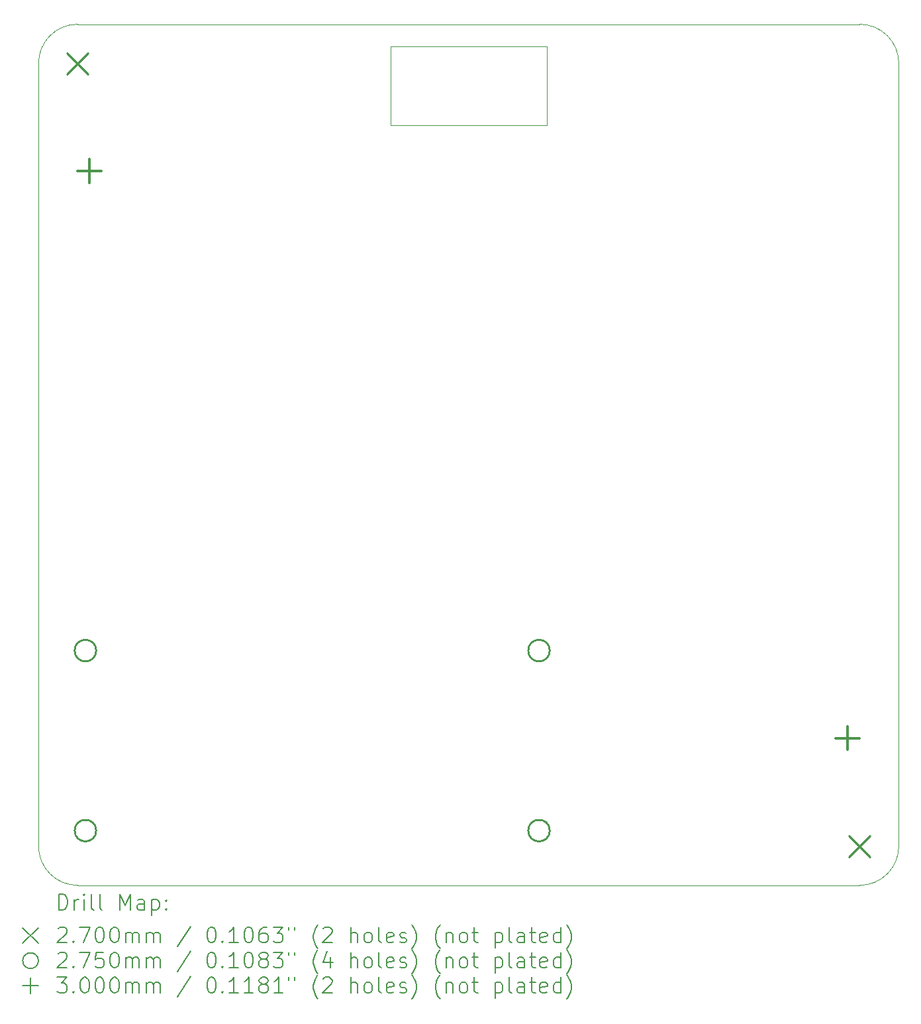
<source format=gbr>
%TF.GenerationSoftware,KiCad,Pcbnew,9.0.2*%
%TF.CreationDate,2025-06-25T13:35:39-04:00*%
%TF.ProjectId,PaperCam_Kicad,50617065-7243-4616-9d5f-4b696361642e,rev?*%
%TF.SameCoordinates,Original*%
%TF.FileFunction,Drillmap*%
%TF.FilePolarity,Positive*%
%FSLAX45Y45*%
G04 Gerber Fmt 4.5, Leading zero omitted, Abs format (unit mm)*
G04 Created by KiCad (PCBNEW 9.0.2) date 2025-06-25 13:35:39*
%MOMM*%
%LPD*%
G01*
G04 APERTURE LIST*
%ADD10C,0.050000*%
%ADD11C,0.200000*%
%ADD12C,0.270000*%
%ADD13C,0.275000*%
%ADD14C,0.300000*%
G04 APERTURE END LIST*
D10*
X0Y-10500000D02*
X0Y-500000D01*
X10500000Y-11000000D02*
X500000Y-11000000D01*
X10500000Y0D02*
G75*
G02*
X11000000Y-500000I0J-500000D01*
G01*
X500000Y-11000000D02*
G75*
G02*
X0Y-10500000I0J500000D01*
G01*
X11000000Y-500000D02*
X11000000Y-10500000D01*
X0Y-500000D02*
G75*
G02*
X500000Y0I500000J0D01*
G01*
X500000Y0D02*
X10500000Y0D01*
X4500000Y-287500D02*
X6500000Y-287500D01*
X6500000Y-1287500D01*
X4500000Y-1287500D01*
X4500000Y-287500D01*
X11000000Y-10500000D02*
G75*
G02*
X10500000Y-11000000I-500000J0D01*
G01*
D11*
D12*
X365000Y-365000D02*
X635000Y-635000D01*
X635000Y-365000D02*
X365000Y-635000D01*
X10365000Y-10365000D02*
X10635000Y-10635000D01*
X10635000Y-10365000D02*
X10365000Y-10635000D01*
D13*
X736875Y-8001250D02*
G75*
G02*
X461875Y-8001250I-137500J0D01*
G01*
X461875Y-8001250D02*
G75*
G02*
X736875Y-8001250I137500J0D01*
G01*
X736875Y-10301250D02*
G75*
G02*
X461875Y-10301250I-137500J0D01*
G01*
X461875Y-10301250D02*
G75*
G02*
X736875Y-10301250I137500J0D01*
G01*
X6536875Y-8001250D02*
G75*
G02*
X6261875Y-8001250I-137500J0D01*
G01*
X6261875Y-8001250D02*
G75*
G02*
X6536875Y-8001250I137500J0D01*
G01*
X6536875Y-10301250D02*
G75*
G02*
X6261875Y-10301250I-137500J0D01*
G01*
X6261875Y-10301250D02*
G75*
G02*
X6536875Y-10301250I137500J0D01*
G01*
D14*
X650275Y-1723984D02*
X650275Y-2023984D01*
X500275Y-1873984D02*
X800275Y-1873984D01*
X10342815Y-8970202D02*
X10342815Y-9270202D01*
X10192815Y-9120202D02*
X10492815Y-9120202D01*
D11*
X258277Y-11313984D02*
X258277Y-11113984D01*
X258277Y-11113984D02*
X305896Y-11113984D01*
X305896Y-11113984D02*
X334467Y-11123508D01*
X334467Y-11123508D02*
X353515Y-11142555D01*
X353515Y-11142555D02*
X363039Y-11161603D01*
X363039Y-11161603D02*
X372562Y-11199698D01*
X372562Y-11199698D02*
X372562Y-11228269D01*
X372562Y-11228269D02*
X363039Y-11266365D01*
X363039Y-11266365D02*
X353515Y-11285412D01*
X353515Y-11285412D02*
X334467Y-11304460D01*
X334467Y-11304460D02*
X305896Y-11313984D01*
X305896Y-11313984D02*
X258277Y-11313984D01*
X458277Y-11313984D02*
X458277Y-11180650D01*
X458277Y-11218746D02*
X467801Y-11199698D01*
X467801Y-11199698D02*
X477324Y-11190174D01*
X477324Y-11190174D02*
X496372Y-11180650D01*
X496372Y-11180650D02*
X515420Y-11180650D01*
X582086Y-11313984D02*
X582086Y-11180650D01*
X582086Y-11113984D02*
X572563Y-11123508D01*
X572563Y-11123508D02*
X582086Y-11133031D01*
X582086Y-11133031D02*
X591610Y-11123508D01*
X591610Y-11123508D02*
X582086Y-11113984D01*
X582086Y-11113984D02*
X582086Y-11133031D01*
X705896Y-11313984D02*
X686848Y-11304460D01*
X686848Y-11304460D02*
X677324Y-11285412D01*
X677324Y-11285412D02*
X677324Y-11113984D01*
X810658Y-11313984D02*
X791610Y-11304460D01*
X791610Y-11304460D02*
X782086Y-11285412D01*
X782086Y-11285412D02*
X782086Y-11113984D01*
X1039229Y-11313984D02*
X1039229Y-11113984D01*
X1039229Y-11113984D02*
X1105896Y-11256841D01*
X1105896Y-11256841D02*
X1172563Y-11113984D01*
X1172563Y-11113984D02*
X1172563Y-11313984D01*
X1353515Y-11313984D02*
X1353515Y-11209222D01*
X1353515Y-11209222D02*
X1343991Y-11190174D01*
X1343991Y-11190174D02*
X1324944Y-11180650D01*
X1324944Y-11180650D02*
X1286848Y-11180650D01*
X1286848Y-11180650D02*
X1267801Y-11190174D01*
X1353515Y-11304460D02*
X1334467Y-11313984D01*
X1334467Y-11313984D02*
X1286848Y-11313984D01*
X1286848Y-11313984D02*
X1267801Y-11304460D01*
X1267801Y-11304460D02*
X1258277Y-11285412D01*
X1258277Y-11285412D02*
X1258277Y-11266365D01*
X1258277Y-11266365D02*
X1267801Y-11247317D01*
X1267801Y-11247317D02*
X1286848Y-11237793D01*
X1286848Y-11237793D02*
X1334467Y-11237793D01*
X1334467Y-11237793D02*
X1353515Y-11228269D01*
X1448753Y-11180650D02*
X1448753Y-11380650D01*
X1448753Y-11190174D02*
X1467801Y-11180650D01*
X1467801Y-11180650D02*
X1505896Y-11180650D01*
X1505896Y-11180650D02*
X1524943Y-11190174D01*
X1524943Y-11190174D02*
X1534467Y-11199698D01*
X1534467Y-11199698D02*
X1543991Y-11218746D01*
X1543991Y-11218746D02*
X1543991Y-11275888D01*
X1543991Y-11275888D02*
X1534467Y-11294936D01*
X1534467Y-11294936D02*
X1524943Y-11304460D01*
X1524943Y-11304460D02*
X1505896Y-11313984D01*
X1505896Y-11313984D02*
X1467801Y-11313984D01*
X1467801Y-11313984D02*
X1448753Y-11304460D01*
X1629705Y-11294936D02*
X1639229Y-11304460D01*
X1639229Y-11304460D02*
X1629705Y-11313984D01*
X1629705Y-11313984D02*
X1620182Y-11304460D01*
X1620182Y-11304460D02*
X1629705Y-11294936D01*
X1629705Y-11294936D02*
X1629705Y-11313984D01*
X1629705Y-11190174D02*
X1639229Y-11199698D01*
X1639229Y-11199698D02*
X1629705Y-11209222D01*
X1629705Y-11209222D02*
X1620182Y-11199698D01*
X1620182Y-11199698D02*
X1629705Y-11190174D01*
X1629705Y-11190174D02*
X1629705Y-11209222D01*
X-202500Y-11542500D02*
X-2500Y-11742500D01*
X-2500Y-11542500D02*
X-202500Y-11742500D01*
X248753Y-11553031D02*
X258277Y-11543508D01*
X258277Y-11543508D02*
X277324Y-11533984D01*
X277324Y-11533984D02*
X324944Y-11533984D01*
X324944Y-11533984D02*
X343991Y-11543508D01*
X343991Y-11543508D02*
X353515Y-11553031D01*
X353515Y-11553031D02*
X363039Y-11572079D01*
X363039Y-11572079D02*
X363039Y-11591127D01*
X363039Y-11591127D02*
X353515Y-11619698D01*
X353515Y-11619698D02*
X239229Y-11733984D01*
X239229Y-11733984D02*
X363039Y-11733984D01*
X448753Y-11714936D02*
X458277Y-11724460D01*
X458277Y-11724460D02*
X448753Y-11733984D01*
X448753Y-11733984D02*
X439229Y-11724460D01*
X439229Y-11724460D02*
X448753Y-11714936D01*
X448753Y-11714936D02*
X448753Y-11733984D01*
X524944Y-11533984D02*
X658277Y-11533984D01*
X658277Y-11533984D02*
X572563Y-11733984D01*
X772562Y-11533984D02*
X791610Y-11533984D01*
X791610Y-11533984D02*
X810658Y-11543508D01*
X810658Y-11543508D02*
X820182Y-11553031D01*
X820182Y-11553031D02*
X829705Y-11572079D01*
X829705Y-11572079D02*
X839229Y-11610174D01*
X839229Y-11610174D02*
X839229Y-11657793D01*
X839229Y-11657793D02*
X829705Y-11695888D01*
X829705Y-11695888D02*
X820182Y-11714936D01*
X820182Y-11714936D02*
X810658Y-11724460D01*
X810658Y-11724460D02*
X791610Y-11733984D01*
X791610Y-11733984D02*
X772562Y-11733984D01*
X772562Y-11733984D02*
X753515Y-11724460D01*
X753515Y-11724460D02*
X743991Y-11714936D01*
X743991Y-11714936D02*
X734467Y-11695888D01*
X734467Y-11695888D02*
X724943Y-11657793D01*
X724943Y-11657793D02*
X724943Y-11610174D01*
X724943Y-11610174D02*
X734467Y-11572079D01*
X734467Y-11572079D02*
X743991Y-11553031D01*
X743991Y-11553031D02*
X753515Y-11543508D01*
X753515Y-11543508D02*
X772562Y-11533984D01*
X963039Y-11533984D02*
X982086Y-11533984D01*
X982086Y-11533984D02*
X1001134Y-11543508D01*
X1001134Y-11543508D02*
X1010658Y-11553031D01*
X1010658Y-11553031D02*
X1020182Y-11572079D01*
X1020182Y-11572079D02*
X1029705Y-11610174D01*
X1029705Y-11610174D02*
X1029705Y-11657793D01*
X1029705Y-11657793D02*
X1020182Y-11695888D01*
X1020182Y-11695888D02*
X1010658Y-11714936D01*
X1010658Y-11714936D02*
X1001134Y-11724460D01*
X1001134Y-11724460D02*
X982086Y-11733984D01*
X982086Y-11733984D02*
X963039Y-11733984D01*
X963039Y-11733984D02*
X943991Y-11724460D01*
X943991Y-11724460D02*
X934467Y-11714936D01*
X934467Y-11714936D02*
X924943Y-11695888D01*
X924943Y-11695888D02*
X915420Y-11657793D01*
X915420Y-11657793D02*
X915420Y-11610174D01*
X915420Y-11610174D02*
X924943Y-11572079D01*
X924943Y-11572079D02*
X934467Y-11553031D01*
X934467Y-11553031D02*
X943991Y-11543508D01*
X943991Y-11543508D02*
X963039Y-11533984D01*
X1115420Y-11733984D02*
X1115420Y-11600650D01*
X1115420Y-11619698D02*
X1124944Y-11610174D01*
X1124944Y-11610174D02*
X1143991Y-11600650D01*
X1143991Y-11600650D02*
X1172563Y-11600650D01*
X1172563Y-11600650D02*
X1191610Y-11610174D01*
X1191610Y-11610174D02*
X1201134Y-11629222D01*
X1201134Y-11629222D02*
X1201134Y-11733984D01*
X1201134Y-11629222D02*
X1210658Y-11610174D01*
X1210658Y-11610174D02*
X1229705Y-11600650D01*
X1229705Y-11600650D02*
X1258277Y-11600650D01*
X1258277Y-11600650D02*
X1277325Y-11610174D01*
X1277325Y-11610174D02*
X1286848Y-11629222D01*
X1286848Y-11629222D02*
X1286848Y-11733984D01*
X1382086Y-11733984D02*
X1382086Y-11600650D01*
X1382086Y-11619698D02*
X1391610Y-11610174D01*
X1391610Y-11610174D02*
X1410658Y-11600650D01*
X1410658Y-11600650D02*
X1439229Y-11600650D01*
X1439229Y-11600650D02*
X1458277Y-11610174D01*
X1458277Y-11610174D02*
X1467801Y-11629222D01*
X1467801Y-11629222D02*
X1467801Y-11733984D01*
X1467801Y-11629222D02*
X1477324Y-11610174D01*
X1477324Y-11610174D02*
X1496372Y-11600650D01*
X1496372Y-11600650D02*
X1524943Y-11600650D01*
X1524943Y-11600650D02*
X1543991Y-11610174D01*
X1543991Y-11610174D02*
X1553515Y-11629222D01*
X1553515Y-11629222D02*
X1553515Y-11733984D01*
X1943991Y-11524460D02*
X1772563Y-11781603D01*
X2201134Y-11533984D02*
X2220182Y-11533984D01*
X2220182Y-11533984D02*
X2239229Y-11543508D01*
X2239229Y-11543508D02*
X2248753Y-11553031D01*
X2248753Y-11553031D02*
X2258277Y-11572079D01*
X2258277Y-11572079D02*
X2267801Y-11610174D01*
X2267801Y-11610174D02*
X2267801Y-11657793D01*
X2267801Y-11657793D02*
X2258277Y-11695888D01*
X2258277Y-11695888D02*
X2248753Y-11714936D01*
X2248753Y-11714936D02*
X2239229Y-11724460D01*
X2239229Y-11724460D02*
X2220182Y-11733984D01*
X2220182Y-11733984D02*
X2201134Y-11733984D01*
X2201134Y-11733984D02*
X2182087Y-11724460D01*
X2182087Y-11724460D02*
X2172563Y-11714936D01*
X2172563Y-11714936D02*
X2163039Y-11695888D01*
X2163039Y-11695888D02*
X2153515Y-11657793D01*
X2153515Y-11657793D02*
X2153515Y-11610174D01*
X2153515Y-11610174D02*
X2163039Y-11572079D01*
X2163039Y-11572079D02*
X2172563Y-11553031D01*
X2172563Y-11553031D02*
X2182087Y-11543508D01*
X2182087Y-11543508D02*
X2201134Y-11533984D01*
X2353515Y-11714936D02*
X2363039Y-11724460D01*
X2363039Y-11724460D02*
X2353515Y-11733984D01*
X2353515Y-11733984D02*
X2343991Y-11724460D01*
X2343991Y-11724460D02*
X2353515Y-11714936D01*
X2353515Y-11714936D02*
X2353515Y-11733984D01*
X2553515Y-11733984D02*
X2439229Y-11733984D01*
X2496372Y-11733984D02*
X2496372Y-11533984D01*
X2496372Y-11533984D02*
X2477325Y-11562555D01*
X2477325Y-11562555D02*
X2458277Y-11581603D01*
X2458277Y-11581603D02*
X2439229Y-11591127D01*
X2677325Y-11533984D02*
X2696372Y-11533984D01*
X2696372Y-11533984D02*
X2715420Y-11543508D01*
X2715420Y-11543508D02*
X2724944Y-11553031D01*
X2724944Y-11553031D02*
X2734468Y-11572079D01*
X2734468Y-11572079D02*
X2743991Y-11610174D01*
X2743991Y-11610174D02*
X2743991Y-11657793D01*
X2743991Y-11657793D02*
X2734468Y-11695888D01*
X2734468Y-11695888D02*
X2724944Y-11714936D01*
X2724944Y-11714936D02*
X2715420Y-11724460D01*
X2715420Y-11724460D02*
X2696372Y-11733984D01*
X2696372Y-11733984D02*
X2677325Y-11733984D01*
X2677325Y-11733984D02*
X2658277Y-11724460D01*
X2658277Y-11724460D02*
X2648753Y-11714936D01*
X2648753Y-11714936D02*
X2639229Y-11695888D01*
X2639229Y-11695888D02*
X2629706Y-11657793D01*
X2629706Y-11657793D02*
X2629706Y-11610174D01*
X2629706Y-11610174D02*
X2639229Y-11572079D01*
X2639229Y-11572079D02*
X2648753Y-11553031D01*
X2648753Y-11553031D02*
X2658277Y-11543508D01*
X2658277Y-11543508D02*
X2677325Y-11533984D01*
X2915420Y-11533984D02*
X2877325Y-11533984D01*
X2877325Y-11533984D02*
X2858277Y-11543508D01*
X2858277Y-11543508D02*
X2848753Y-11553031D01*
X2848753Y-11553031D02*
X2829706Y-11581603D01*
X2829706Y-11581603D02*
X2820182Y-11619698D01*
X2820182Y-11619698D02*
X2820182Y-11695888D01*
X2820182Y-11695888D02*
X2829706Y-11714936D01*
X2829706Y-11714936D02*
X2839229Y-11724460D01*
X2839229Y-11724460D02*
X2858277Y-11733984D01*
X2858277Y-11733984D02*
X2896372Y-11733984D01*
X2896372Y-11733984D02*
X2915420Y-11724460D01*
X2915420Y-11724460D02*
X2924944Y-11714936D01*
X2924944Y-11714936D02*
X2934467Y-11695888D01*
X2934467Y-11695888D02*
X2934467Y-11648269D01*
X2934467Y-11648269D02*
X2924944Y-11629222D01*
X2924944Y-11629222D02*
X2915420Y-11619698D01*
X2915420Y-11619698D02*
X2896372Y-11610174D01*
X2896372Y-11610174D02*
X2858277Y-11610174D01*
X2858277Y-11610174D02*
X2839229Y-11619698D01*
X2839229Y-11619698D02*
X2829706Y-11629222D01*
X2829706Y-11629222D02*
X2820182Y-11648269D01*
X3001134Y-11533984D02*
X3124944Y-11533984D01*
X3124944Y-11533984D02*
X3058277Y-11610174D01*
X3058277Y-11610174D02*
X3086848Y-11610174D01*
X3086848Y-11610174D02*
X3105896Y-11619698D01*
X3105896Y-11619698D02*
X3115420Y-11629222D01*
X3115420Y-11629222D02*
X3124944Y-11648269D01*
X3124944Y-11648269D02*
X3124944Y-11695888D01*
X3124944Y-11695888D02*
X3115420Y-11714936D01*
X3115420Y-11714936D02*
X3105896Y-11724460D01*
X3105896Y-11724460D02*
X3086848Y-11733984D01*
X3086848Y-11733984D02*
X3029706Y-11733984D01*
X3029706Y-11733984D02*
X3010658Y-11724460D01*
X3010658Y-11724460D02*
X3001134Y-11714936D01*
X3201134Y-11533984D02*
X3201134Y-11572079D01*
X3277325Y-11533984D02*
X3277325Y-11572079D01*
X3572563Y-11810174D02*
X3563039Y-11800650D01*
X3563039Y-11800650D02*
X3543991Y-11772079D01*
X3543991Y-11772079D02*
X3534468Y-11753031D01*
X3534468Y-11753031D02*
X3524944Y-11724460D01*
X3524944Y-11724460D02*
X3515420Y-11676841D01*
X3515420Y-11676841D02*
X3515420Y-11638746D01*
X3515420Y-11638746D02*
X3524944Y-11591127D01*
X3524944Y-11591127D02*
X3534468Y-11562555D01*
X3534468Y-11562555D02*
X3543991Y-11543508D01*
X3543991Y-11543508D02*
X3563039Y-11514936D01*
X3563039Y-11514936D02*
X3572563Y-11505412D01*
X3639229Y-11553031D02*
X3648753Y-11543508D01*
X3648753Y-11543508D02*
X3667801Y-11533984D01*
X3667801Y-11533984D02*
X3715420Y-11533984D01*
X3715420Y-11533984D02*
X3734468Y-11543508D01*
X3734468Y-11543508D02*
X3743991Y-11553031D01*
X3743991Y-11553031D02*
X3753515Y-11572079D01*
X3753515Y-11572079D02*
X3753515Y-11591127D01*
X3753515Y-11591127D02*
X3743991Y-11619698D01*
X3743991Y-11619698D02*
X3629706Y-11733984D01*
X3629706Y-11733984D02*
X3753515Y-11733984D01*
X3991610Y-11733984D02*
X3991610Y-11533984D01*
X4077325Y-11733984D02*
X4077325Y-11629222D01*
X4077325Y-11629222D02*
X4067801Y-11610174D01*
X4067801Y-11610174D02*
X4048753Y-11600650D01*
X4048753Y-11600650D02*
X4020182Y-11600650D01*
X4020182Y-11600650D02*
X4001134Y-11610174D01*
X4001134Y-11610174D02*
X3991610Y-11619698D01*
X4201134Y-11733984D02*
X4182087Y-11724460D01*
X4182087Y-11724460D02*
X4172563Y-11714936D01*
X4172563Y-11714936D02*
X4163039Y-11695888D01*
X4163039Y-11695888D02*
X4163039Y-11638746D01*
X4163039Y-11638746D02*
X4172563Y-11619698D01*
X4172563Y-11619698D02*
X4182087Y-11610174D01*
X4182087Y-11610174D02*
X4201134Y-11600650D01*
X4201134Y-11600650D02*
X4229706Y-11600650D01*
X4229706Y-11600650D02*
X4248753Y-11610174D01*
X4248753Y-11610174D02*
X4258277Y-11619698D01*
X4258277Y-11619698D02*
X4267801Y-11638746D01*
X4267801Y-11638746D02*
X4267801Y-11695888D01*
X4267801Y-11695888D02*
X4258277Y-11714936D01*
X4258277Y-11714936D02*
X4248753Y-11724460D01*
X4248753Y-11724460D02*
X4229706Y-11733984D01*
X4229706Y-11733984D02*
X4201134Y-11733984D01*
X4382087Y-11733984D02*
X4363039Y-11724460D01*
X4363039Y-11724460D02*
X4353515Y-11705412D01*
X4353515Y-11705412D02*
X4353515Y-11533984D01*
X4534468Y-11724460D02*
X4515420Y-11733984D01*
X4515420Y-11733984D02*
X4477325Y-11733984D01*
X4477325Y-11733984D02*
X4458277Y-11724460D01*
X4458277Y-11724460D02*
X4448753Y-11705412D01*
X4448753Y-11705412D02*
X4448753Y-11629222D01*
X4448753Y-11629222D02*
X4458277Y-11610174D01*
X4458277Y-11610174D02*
X4477325Y-11600650D01*
X4477325Y-11600650D02*
X4515420Y-11600650D01*
X4515420Y-11600650D02*
X4534468Y-11610174D01*
X4534468Y-11610174D02*
X4543992Y-11629222D01*
X4543992Y-11629222D02*
X4543992Y-11648269D01*
X4543992Y-11648269D02*
X4448753Y-11667317D01*
X4620182Y-11724460D02*
X4639230Y-11733984D01*
X4639230Y-11733984D02*
X4677325Y-11733984D01*
X4677325Y-11733984D02*
X4696373Y-11724460D01*
X4696373Y-11724460D02*
X4705896Y-11705412D01*
X4705896Y-11705412D02*
X4705896Y-11695888D01*
X4705896Y-11695888D02*
X4696373Y-11676841D01*
X4696373Y-11676841D02*
X4677325Y-11667317D01*
X4677325Y-11667317D02*
X4648753Y-11667317D01*
X4648753Y-11667317D02*
X4629706Y-11657793D01*
X4629706Y-11657793D02*
X4620182Y-11638746D01*
X4620182Y-11638746D02*
X4620182Y-11629222D01*
X4620182Y-11629222D02*
X4629706Y-11610174D01*
X4629706Y-11610174D02*
X4648753Y-11600650D01*
X4648753Y-11600650D02*
X4677325Y-11600650D01*
X4677325Y-11600650D02*
X4696373Y-11610174D01*
X4772563Y-11810174D02*
X4782087Y-11800650D01*
X4782087Y-11800650D02*
X4801134Y-11772079D01*
X4801134Y-11772079D02*
X4810658Y-11753031D01*
X4810658Y-11753031D02*
X4820182Y-11724460D01*
X4820182Y-11724460D02*
X4829706Y-11676841D01*
X4829706Y-11676841D02*
X4829706Y-11638746D01*
X4829706Y-11638746D02*
X4820182Y-11591127D01*
X4820182Y-11591127D02*
X4810658Y-11562555D01*
X4810658Y-11562555D02*
X4801134Y-11543508D01*
X4801134Y-11543508D02*
X4782087Y-11514936D01*
X4782087Y-11514936D02*
X4772563Y-11505412D01*
X5134468Y-11810174D02*
X5124944Y-11800650D01*
X5124944Y-11800650D02*
X5105896Y-11772079D01*
X5105896Y-11772079D02*
X5096373Y-11753031D01*
X5096373Y-11753031D02*
X5086849Y-11724460D01*
X5086849Y-11724460D02*
X5077325Y-11676841D01*
X5077325Y-11676841D02*
X5077325Y-11638746D01*
X5077325Y-11638746D02*
X5086849Y-11591127D01*
X5086849Y-11591127D02*
X5096373Y-11562555D01*
X5096373Y-11562555D02*
X5105896Y-11543508D01*
X5105896Y-11543508D02*
X5124944Y-11514936D01*
X5124944Y-11514936D02*
X5134468Y-11505412D01*
X5210658Y-11600650D02*
X5210658Y-11733984D01*
X5210658Y-11619698D02*
X5220182Y-11610174D01*
X5220182Y-11610174D02*
X5239230Y-11600650D01*
X5239230Y-11600650D02*
X5267801Y-11600650D01*
X5267801Y-11600650D02*
X5286849Y-11610174D01*
X5286849Y-11610174D02*
X5296373Y-11629222D01*
X5296373Y-11629222D02*
X5296373Y-11733984D01*
X5420182Y-11733984D02*
X5401134Y-11724460D01*
X5401134Y-11724460D02*
X5391611Y-11714936D01*
X5391611Y-11714936D02*
X5382087Y-11695888D01*
X5382087Y-11695888D02*
X5382087Y-11638746D01*
X5382087Y-11638746D02*
X5391611Y-11619698D01*
X5391611Y-11619698D02*
X5401134Y-11610174D01*
X5401134Y-11610174D02*
X5420182Y-11600650D01*
X5420182Y-11600650D02*
X5448754Y-11600650D01*
X5448754Y-11600650D02*
X5467801Y-11610174D01*
X5467801Y-11610174D02*
X5477325Y-11619698D01*
X5477325Y-11619698D02*
X5486849Y-11638746D01*
X5486849Y-11638746D02*
X5486849Y-11695888D01*
X5486849Y-11695888D02*
X5477325Y-11714936D01*
X5477325Y-11714936D02*
X5467801Y-11724460D01*
X5467801Y-11724460D02*
X5448754Y-11733984D01*
X5448754Y-11733984D02*
X5420182Y-11733984D01*
X5543992Y-11600650D02*
X5620182Y-11600650D01*
X5572563Y-11533984D02*
X5572563Y-11705412D01*
X5572563Y-11705412D02*
X5582087Y-11724460D01*
X5582087Y-11724460D02*
X5601134Y-11733984D01*
X5601134Y-11733984D02*
X5620182Y-11733984D01*
X5839230Y-11600650D02*
X5839230Y-11800650D01*
X5839230Y-11610174D02*
X5858277Y-11600650D01*
X5858277Y-11600650D02*
X5896373Y-11600650D01*
X5896373Y-11600650D02*
X5915420Y-11610174D01*
X5915420Y-11610174D02*
X5924944Y-11619698D01*
X5924944Y-11619698D02*
X5934468Y-11638746D01*
X5934468Y-11638746D02*
X5934468Y-11695888D01*
X5934468Y-11695888D02*
X5924944Y-11714936D01*
X5924944Y-11714936D02*
X5915420Y-11724460D01*
X5915420Y-11724460D02*
X5896373Y-11733984D01*
X5896373Y-11733984D02*
X5858277Y-11733984D01*
X5858277Y-11733984D02*
X5839230Y-11724460D01*
X6048753Y-11733984D02*
X6029706Y-11724460D01*
X6029706Y-11724460D02*
X6020182Y-11705412D01*
X6020182Y-11705412D02*
X6020182Y-11533984D01*
X6210658Y-11733984D02*
X6210658Y-11629222D01*
X6210658Y-11629222D02*
X6201134Y-11610174D01*
X6201134Y-11610174D02*
X6182087Y-11600650D01*
X6182087Y-11600650D02*
X6143992Y-11600650D01*
X6143992Y-11600650D02*
X6124944Y-11610174D01*
X6210658Y-11724460D02*
X6191611Y-11733984D01*
X6191611Y-11733984D02*
X6143992Y-11733984D01*
X6143992Y-11733984D02*
X6124944Y-11724460D01*
X6124944Y-11724460D02*
X6115420Y-11705412D01*
X6115420Y-11705412D02*
X6115420Y-11686365D01*
X6115420Y-11686365D02*
X6124944Y-11667317D01*
X6124944Y-11667317D02*
X6143992Y-11657793D01*
X6143992Y-11657793D02*
X6191611Y-11657793D01*
X6191611Y-11657793D02*
X6210658Y-11648269D01*
X6277325Y-11600650D02*
X6353515Y-11600650D01*
X6305896Y-11533984D02*
X6305896Y-11705412D01*
X6305896Y-11705412D02*
X6315420Y-11724460D01*
X6315420Y-11724460D02*
X6334468Y-11733984D01*
X6334468Y-11733984D02*
X6353515Y-11733984D01*
X6496373Y-11724460D02*
X6477325Y-11733984D01*
X6477325Y-11733984D02*
X6439230Y-11733984D01*
X6439230Y-11733984D02*
X6420182Y-11724460D01*
X6420182Y-11724460D02*
X6410658Y-11705412D01*
X6410658Y-11705412D02*
X6410658Y-11629222D01*
X6410658Y-11629222D02*
X6420182Y-11610174D01*
X6420182Y-11610174D02*
X6439230Y-11600650D01*
X6439230Y-11600650D02*
X6477325Y-11600650D01*
X6477325Y-11600650D02*
X6496373Y-11610174D01*
X6496373Y-11610174D02*
X6505896Y-11629222D01*
X6505896Y-11629222D02*
X6505896Y-11648269D01*
X6505896Y-11648269D02*
X6410658Y-11667317D01*
X6677325Y-11733984D02*
X6677325Y-11533984D01*
X6677325Y-11724460D02*
X6658277Y-11733984D01*
X6658277Y-11733984D02*
X6620182Y-11733984D01*
X6620182Y-11733984D02*
X6601134Y-11724460D01*
X6601134Y-11724460D02*
X6591611Y-11714936D01*
X6591611Y-11714936D02*
X6582087Y-11695888D01*
X6582087Y-11695888D02*
X6582087Y-11638746D01*
X6582087Y-11638746D02*
X6591611Y-11619698D01*
X6591611Y-11619698D02*
X6601134Y-11610174D01*
X6601134Y-11610174D02*
X6620182Y-11600650D01*
X6620182Y-11600650D02*
X6658277Y-11600650D01*
X6658277Y-11600650D02*
X6677325Y-11610174D01*
X6753515Y-11810174D02*
X6763039Y-11800650D01*
X6763039Y-11800650D02*
X6782087Y-11772079D01*
X6782087Y-11772079D02*
X6791611Y-11753031D01*
X6791611Y-11753031D02*
X6801134Y-11724460D01*
X6801134Y-11724460D02*
X6810658Y-11676841D01*
X6810658Y-11676841D02*
X6810658Y-11638746D01*
X6810658Y-11638746D02*
X6801134Y-11591127D01*
X6801134Y-11591127D02*
X6791611Y-11562555D01*
X6791611Y-11562555D02*
X6782087Y-11543508D01*
X6782087Y-11543508D02*
X6763039Y-11514936D01*
X6763039Y-11514936D02*
X6753515Y-11505412D01*
X-2500Y-11962500D02*
G75*
G02*
X-202500Y-11962500I-100000J0D01*
G01*
X-202500Y-11962500D02*
G75*
G02*
X-2500Y-11962500I100000J0D01*
G01*
X248753Y-11873031D02*
X258277Y-11863508D01*
X258277Y-11863508D02*
X277324Y-11853984D01*
X277324Y-11853984D02*
X324944Y-11853984D01*
X324944Y-11853984D02*
X343991Y-11863508D01*
X343991Y-11863508D02*
X353515Y-11873031D01*
X353515Y-11873031D02*
X363039Y-11892079D01*
X363039Y-11892079D02*
X363039Y-11911127D01*
X363039Y-11911127D02*
X353515Y-11939698D01*
X353515Y-11939698D02*
X239229Y-12053984D01*
X239229Y-12053984D02*
X363039Y-12053984D01*
X448753Y-12034936D02*
X458277Y-12044460D01*
X458277Y-12044460D02*
X448753Y-12053984D01*
X448753Y-12053984D02*
X439229Y-12044460D01*
X439229Y-12044460D02*
X448753Y-12034936D01*
X448753Y-12034936D02*
X448753Y-12053984D01*
X524944Y-11853984D02*
X658277Y-11853984D01*
X658277Y-11853984D02*
X572563Y-12053984D01*
X829705Y-11853984D02*
X734467Y-11853984D01*
X734467Y-11853984D02*
X724943Y-11949222D01*
X724943Y-11949222D02*
X734467Y-11939698D01*
X734467Y-11939698D02*
X753515Y-11930174D01*
X753515Y-11930174D02*
X801134Y-11930174D01*
X801134Y-11930174D02*
X820182Y-11939698D01*
X820182Y-11939698D02*
X829705Y-11949222D01*
X829705Y-11949222D02*
X839229Y-11968269D01*
X839229Y-11968269D02*
X839229Y-12015888D01*
X839229Y-12015888D02*
X829705Y-12034936D01*
X829705Y-12034936D02*
X820182Y-12044460D01*
X820182Y-12044460D02*
X801134Y-12053984D01*
X801134Y-12053984D02*
X753515Y-12053984D01*
X753515Y-12053984D02*
X734467Y-12044460D01*
X734467Y-12044460D02*
X724943Y-12034936D01*
X963039Y-11853984D02*
X982086Y-11853984D01*
X982086Y-11853984D02*
X1001134Y-11863508D01*
X1001134Y-11863508D02*
X1010658Y-11873031D01*
X1010658Y-11873031D02*
X1020182Y-11892079D01*
X1020182Y-11892079D02*
X1029705Y-11930174D01*
X1029705Y-11930174D02*
X1029705Y-11977793D01*
X1029705Y-11977793D02*
X1020182Y-12015888D01*
X1020182Y-12015888D02*
X1010658Y-12034936D01*
X1010658Y-12034936D02*
X1001134Y-12044460D01*
X1001134Y-12044460D02*
X982086Y-12053984D01*
X982086Y-12053984D02*
X963039Y-12053984D01*
X963039Y-12053984D02*
X943991Y-12044460D01*
X943991Y-12044460D02*
X934467Y-12034936D01*
X934467Y-12034936D02*
X924943Y-12015888D01*
X924943Y-12015888D02*
X915420Y-11977793D01*
X915420Y-11977793D02*
X915420Y-11930174D01*
X915420Y-11930174D02*
X924943Y-11892079D01*
X924943Y-11892079D02*
X934467Y-11873031D01*
X934467Y-11873031D02*
X943991Y-11863508D01*
X943991Y-11863508D02*
X963039Y-11853984D01*
X1115420Y-12053984D02*
X1115420Y-11920650D01*
X1115420Y-11939698D02*
X1124944Y-11930174D01*
X1124944Y-11930174D02*
X1143991Y-11920650D01*
X1143991Y-11920650D02*
X1172563Y-11920650D01*
X1172563Y-11920650D02*
X1191610Y-11930174D01*
X1191610Y-11930174D02*
X1201134Y-11949222D01*
X1201134Y-11949222D02*
X1201134Y-12053984D01*
X1201134Y-11949222D02*
X1210658Y-11930174D01*
X1210658Y-11930174D02*
X1229705Y-11920650D01*
X1229705Y-11920650D02*
X1258277Y-11920650D01*
X1258277Y-11920650D02*
X1277325Y-11930174D01*
X1277325Y-11930174D02*
X1286848Y-11949222D01*
X1286848Y-11949222D02*
X1286848Y-12053984D01*
X1382086Y-12053984D02*
X1382086Y-11920650D01*
X1382086Y-11939698D02*
X1391610Y-11930174D01*
X1391610Y-11930174D02*
X1410658Y-11920650D01*
X1410658Y-11920650D02*
X1439229Y-11920650D01*
X1439229Y-11920650D02*
X1458277Y-11930174D01*
X1458277Y-11930174D02*
X1467801Y-11949222D01*
X1467801Y-11949222D02*
X1467801Y-12053984D01*
X1467801Y-11949222D02*
X1477324Y-11930174D01*
X1477324Y-11930174D02*
X1496372Y-11920650D01*
X1496372Y-11920650D02*
X1524943Y-11920650D01*
X1524943Y-11920650D02*
X1543991Y-11930174D01*
X1543991Y-11930174D02*
X1553515Y-11949222D01*
X1553515Y-11949222D02*
X1553515Y-12053984D01*
X1943991Y-11844460D02*
X1772563Y-12101603D01*
X2201134Y-11853984D02*
X2220182Y-11853984D01*
X2220182Y-11853984D02*
X2239229Y-11863508D01*
X2239229Y-11863508D02*
X2248753Y-11873031D01*
X2248753Y-11873031D02*
X2258277Y-11892079D01*
X2258277Y-11892079D02*
X2267801Y-11930174D01*
X2267801Y-11930174D02*
X2267801Y-11977793D01*
X2267801Y-11977793D02*
X2258277Y-12015888D01*
X2258277Y-12015888D02*
X2248753Y-12034936D01*
X2248753Y-12034936D02*
X2239229Y-12044460D01*
X2239229Y-12044460D02*
X2220182Y-12053984D01*
X2220182Y-12053984D02*
X2201134Y-12053984D01*
X2201134Y-12053984D02*
X2182087Y-12044460D01*
X2182087Y-12044460D02*
X2172563Y-12034936D01*
X2172563Y-12034936D02*
X2163039Y-12015888D01*
X2163039Y-12015888D02*
X2153515Y-11977793D01*
X2153515Y-11977793D02*
X2153515Y-11930174D01*
X2153515Y-11930174D02*
X2163039Y-11892079D01*
X2163039Y-11892079D02*
X2172563Y-11873031D01*
X2172563Y-11873031D02*
X2182087Y-11863508D01*
X2182087Y-11863508D02*
X2201134Y-11853984D01*
X2353515Y-12034936D02*
X2363039Y-12044460D01*
X2363039Y-12044460D02*
X2353515Y-12053984D01*
X2353515Y-12053984D02*
X2343991Y-12044460D01*
X2343991Y-12044460D02*
X2353515Y-12034936D01*
X2353515Y-12034936D02*
X2353515Y-12053984D01*
X2553515Y-12053984D02*
X2439229Y-12053984D01*
X2496372Y-12053984D02*
X2496372Y-11853984D01*
X2496372Y-11853984D02*
X2477325Y-11882555D01*
X2477325Y-11882555D02*
X2458277Y-11901603D01*
X2458277Y-11901603D02*
X2439229Y-11911127D01*
X2677325Y-11853984D02*
X2696372Y-11853984D01*
X2696372Y-11853984D02*
X2715420Y-11863508D01*
X2715420Y-11863508D02*
X2724944Y-11873031D01*
X2724944Y-11873031D02*
X2734468Y-11892079D01*
X2734468Y-11892079D02*
X2743991Y-11930174D01*
X2743991Y-11930174D02*
X2743991Y-11977793D01*
X2743991Y-11977793D02*
X2734468Y-12015888D01*
X2734468Y-12015888D02*
X2724944Y-12034936D01*
X2724944Y-12034936D02*
X2715420Y-12044460D01*
X2715420Y-12044460D02*
X2696372Y-12053984D01*
X2696372Y-12053984D02*
X2677325Y-12053984D01*
X2677325Y-12053984D02*
X2658277Y-12044460D01*
X2658277Y-12044460D02*
X2648753Y-12034936D01*
X2648753Y-12034936D02*
X2639229Y-12015888D01*
X2639229Y-12015888D02*
X2629706Y-11977793D01*
X2629706Y-11977793D02*
X2629706Y-11930174D01*
X2629706Y-11930174D02*
X2639229Y-11892079D01*
X2639229Y-11892079D02*
X2648753Y-11873031D01*
X2648753Y-11873031D02*
X2658277Y-11863508D01*
X2658277Y-11863508D02*
X2677325Y-11853984D01*
X2858277Y-11939698D02*
X2839229Y-11930174D01*
X2839229Y-11930174D02*
X2829706Y-11920650D01*
X2829706Y-11920650D02*
X2820182Y-11901603D01*
X2820182Y-11901603D02*
X2820182Y-11892079D01*
X2820182Y-11892079D02*
X2829706Y-11873031D01*
X2829706Y-11873031D02*
X2839229Y-11863508D01*
X2839229Y-11863508D02*
X2858277Y-11853984D01*
X2858277Y-11853984D02*
X2896372Y-11853984D01*
X2896372Y-11853984D02*
X2915420Y-11863508D01*
X2915420Y-11863508D02*
X2924944Y-11873031D01*
X2924944Y-11873031D02*
X2934467Y-11892079D01*
X2934467Y-11892079D02*
X2934467Y-11901603D01*
X2934467Y-11901603D02*
X2924944Y-11920650D01*
X2924944Y-11920650D02*
X2915420Y-11930174D01*
X2915420Y-11930174D02*
X2896372Y-11939698D01*
X2896372Y-11939698D02*
X2858277Y-11939698D01*
X2858277Y-11939698D02*
X2839229Y-11949222D01*
X2839229Y-11949222D02*
X2829706Y-11958746D01*
X2829706Y-11958746D02*
X2820182Y-11977793D01*
X2820182Y-11977793D02*
X2820182Y-12015888D01*
X2820182Y-12015888D02*
X2829706Y-12034936D01*
X2829706Y-12034936D02*
X2839229Y-12044460D01*
X2839229Y-12044460D02*
X2858277Y-12053984D01*
X2858277Y-12053984D02*
X2896372Y-12053984D01*
X2896372Y-12053984D02*
X2915420Y-12044460D01*
X2915420Y-12044460D02*
X2924944Y-12034936D01*
X2924944Y-12034936D02*
X2934467Y-12015888D01*
X2934467Y-12015888D02*
X2934467Y-11977793D01*
X2934467Y-11977793D02*
X2924944Y-11958746D01*
X2924944Y-11958746D02*
X2915420Y-11949222D01*
X2915420Y-11949222D02*
X2896372Y-11939698D01*
X3001134Y-11853984D02*
X3124944Y-11853984D01*
X3124944Y-11853984D02*
X3058277Y-11930174D01*
X3058277Y-11930174D02*
X3086848Y-11930174D01*
X3086848Y-11930174D02*
X3105896Y-11939698D01*
X3105896Y-11939698D02*
X3115420Y-11949222D01*
X3115420Y-11949222D02*
X3124944Y-11968269D01*
X3124944Y-11968269D02*
X3124944Y-12015888D01*
X3124944Y-12015888D02*
X3115420Y-12034936D01*
X3115420Y-12034936D02*
X3105896Y-12044460D01*
X3105896Y-12044460D02*
X3086848Y-12053984D01*
X3086848Y-12053984D02*
X3029706Y-12053984D01*
X3029706Y-12053984D02*
X3010658Y-12044460D01*
X3010658Y-12044460D02*
X3001134Y-12034936D01*
X3201134Y-11853984D02*
X3201134Y-11892079D01*
X3277325Y-11853984D02*
X3277325Y-11892079D01*
X3572563Y-12130174D02*
X3563039Y-12120650D01*
X3563039Y-12120650D02*
X3543991Y-12092079D01*
X3543991Y-12092079D02*
X3534468Y-12073031D01*
X3534468Y-12073031D02*
X3524944Y-12044460D01*
X3524944Y-12044460D02*
X3515420Y-11996841D01*
X3515420Y-11996841D02*
X3515420Y-11958746D01*
X3515420Y-11958746D02*
X3524944Y-11911127D01*
X3524944Y-11911127D02*
X3534468Y-11882555D01*
X3534468Y-11882555D02*
X3543991Y-11863508D01*
X3543991Y-11863508D02*
X3563039Y-11834936D01*
X3563039Y-11834936D02*
X3572563Y-11825412D01*
X3734468Y-11920650D02*
X3734468Y-12053984D01*
X3686848Y-11844460D02*
X3639229Y-11987317D01*
X3639229Y-11987317D02*
X3763039Y-11987317D01*
X3991610Y-12053984D02*
X3991610Y-11853984D01*
X4077325Y-12053984D02*
X4077325Y-11949222D01*
X4077325Y-11949222D02*
X4067801Y-11930174D01*
X4067801Y-11930174D02*
X4048753Y-11920650D01*
X4048753Y-11920650D02*
X4020182Y-11920650D01*
X4020182Y-11920650D02*
X4001134Y-11930174D01*
X4001134Y-11930174D02*
X3991610Y-11939698D01*
X4201134Y-12053984D02*
X4182087Y-12044460D01*
X4182087Y-12044460D02*
X4172563Y-12034936D01*
X4172563Y-12034936D02*
X4163039Y-12015888D01*
X4163039Y-12015888D02*
X4163039Y-11958746D01*
X4163039Y-11958746D02*
X4172563Y-11939698D01*
X4172563Y-11939698D02*
X4182087Y-11930174D01*
X4182087Y-11930174D02*
X4201134Y-11920650D01*
X4201134Y-11920650D02*
X4229706Y-11920650D01*
X4229706Y-11920650D02*
X4248753Y-11930174D01*
X4248753Y-11930174D02*
X4258277Y-11939698D01*
X4258277Y-11939698D02*
X4267801Y-11958746D01*
X4267801Y-11958746D02*
X4267801Y-12015888D01*
X4267801Y-12015888D02*
X4258277Y-12034936D01*
X4258277Y-12034936D02*
X4248753Y-12044460D01*
X4248753Y-12044460D02*
X4229706Y-12053984D01*
X4229706Y-12053984D02*
X4201134Y-12053984D01*
X4382087Y-12053984D02*
X4363039Y-12044460D01*
X4363039Y-12044460D02*
X4353515Y-12025412D01*
X4353515Y-12025412D02*
X4353515Y-11853984D01*
X4534468Y-12044460D02*
X4515420Y-12053984D01*
X4515420Y-12053984D02*
X4477325Y-12053984D01*
X4477325Y-12053984D02*
X4458277Y-12044460D01*
X4458277Y-12044460D02*
X4448753Y-12025412D01*
X4448753Y-12025412D02*
X4448753Y-11949222D01*
X4448753Y-11949222D02*
X4458277Y-11930174D01*
X4458277Y-11930174D02*
X4477325Y-11920650D01*
X4477325Y-11920650D02*
X4515420Y-11920650D01*
X4515420Y-11920650D02*
X4534468Y-11930174D01*
X4534468Y-11930174D02*
X4543992Y-11949222D01*
X4543992Y-11949222D02*
X4543992Y-11968269D01*
X4543992Y-11968269D02*
X4448753Y-11987317D01*
X4620182Y-12044460D02*
X4639230Y-12053984D01*
X4639230Y-12053984D02*
X4677325Y-12053984D01*
X4677325Y-12053984D02*
X4696373Y-12044460D01*
X4696373Y-12044460D02*
X4705896Y-12025412D01*
X4705896Y-12025412D02*
X4705896Y-12015888D01*
X4705896Y-12015888D02*
X4696373Y-11996841D01*
X4696373Y-11996841D02*
X4677325Y-11987317D01*
X4677325Y-11987317D02*
X4648753Y-11987317D01*
X4648753Y-11987317D02*
X4629706Y-11977793D01*
X4629706Y-11977793D02*
X4620182Y-11958746D01*
X4620182Y-11958746D02*
X4620182Y-11949222D01*
X4620182Y-11949222D02*
X4629706Y-11930174D01*
X4629706Y-11930174D02*
X4648753Y-11920650D01*
X4648753Y-11920650D02*
X4677325Y-11920650D01*
X4677325Y-11920650D02*
X4696373Y-11930174D01*
X4772563Y-12130174D02*
X4782087Y-12120650D01*
X4782087Y-12120650D02*
X4801134Y-12092079D01*
X4801134Y-12092079D02*
X4810658Y-12073031D01*
X4810658Y-12073031D02*
X4820182Y-12044460D01*
X4820182Y-12044460D02*
X4829706Y-11996841D01*
X4829706Y-11996841D02*
X4829706Y-11958746D01*
X4829706Y-11958746D02*
X4820182Y-11911127D01*
X4820182Y-11911127D02*
X4810658Y-11882555D01*
X4810658Y-11882555D02*
X4801134Y-11863508D01*
X4801134Y-11863508D02*
X4782087Y-11834936D01*
X4782087Y-11834936D02*
X4772563Y-11825412D01*
X5134468Y-12130174D02*
X5124944Y-12120650D01*
X5124944Y-12120650D02*
X5105896Y-12092079D01*
X5105896Y-12092079D02*
X5096373Y-12073031D01*
X5096373Y-12073031D02*
X5086849Y-12044460D01*
X5086849Y-12044460D02*
X5077325Y-11996841D01*
X5077325Y-11996841D02*
X5077325Y-11958746D01*
X5077325Y-11958746D02*
X5086849Y-11911127D01*
X5086849Y-11911127D02*
X5096373Y-11882555D01*
X5096373Y-11882555D02*
X5105896Y-11863508D01*
X5105896Y-11863508D02*
X5124944Y-11834936D01*
X5124944Y-11834936D02*
X5134468Y-11825412D01*
X5210658Y-11920650D02*
X5210658Y-12053984D01*
X5210658Y-11939698D02*
X5220182Y-11930174D01*
X5220182Y-11930174D02*
X5239230Y-11920650D01*
X5239230Y-11920650D02*
X5267801Y-11920650D01*
X5267801Y-11920650D02*
X5286849Y-11930174D01*
X5286849Y-11930174D02*
X5296373Y-11949222D01*
X5296373Y-11949222D02*
X5296373Y-12053984D01*
X5420182Y-12053984D02*
X5401134Y-12044460D01*
X5401134Y-12044460D02*
X5391611Y-12034936D01*
X5391611Y-12034936D02*
X5382087Y-12015888D01*
X5382087Y-12015888D02*
X5382087Y-11958746D01*
X5382087Y-11958746D02*
X5391611Y-11939698D01*
X5391611Y-11939698D02*
X5401134Y-11930174D01*
X5401134Y-11930174D02*
X5420182Y-11920650D01*
X5420182Y-11920650D02*
X5448754Y-11920650D01*
X5448754Y-11920650D02*
X5467801Y-11930174D01*
X5467801Y-11930174D02*
X5477325Y-11939698D01*
X5477325Y-11939698D02*
X5486849Y-11958746D01*
X5486849Y-11958746D02*
X5486849Y-12015888D01*
X5486849Y-12015888D02*
X5477325Y-12034936D01*
X5477325Y-12034936D02*
X5467801Y-12044460D01*
X5467801Y-12044460D02*
X5448754Y-12053984D01*
X5448754Y-12053984D02*
X5420182Y-12053984D01*
X5543992Y-11920650D02*
X5620182Y-11920650D01*
X5572563Y-11853984D02*
X5572563Y-12025412D01*
X5572563Y-12025412D02*
X5582087Y-12044460D01*
X5582087Y-12044460D02*
X5601134Y-12053984D01*
X5601134Y-12053984D02*
X5620182Y-12053984D01*
X5839230Y-11920650D02*
X5839230Y-12120650D01*
X5839230Y-11930174D02*
X5858277Y-11920650D01*
X5858277Y-11920650D02*
X5896373Y-11920650D01*
X5896373Y-11920650D02*
X5915420Y-11930174D01*
X5915420Y-11930174D02*
X5924944Y-11939698D01*
X5924944Y-11939698D02*
X5934468Y-11958746D01*
X5934468Y-11958746D02*
X5934468Y-12015888D01*
X5934468Y-12015888D02*
X5924944Y-12034936D01*
X5924944Y-12034936D02*
X5915420Y-12044460D01*
X5915420Y-12044460D02*
X5896373Y-12053984D01*
X5896373Y-12053984D02*
X5858277Y-12053984D01*
X5858277Y-12053984D02*
X5839230Y-12044460D01*
X6048753Y-12053984D02*
X6029706Y-12044460D01*
X6029706Y-12044460D02*
X6020182Y-12025412D01*
X6020182Y-12025412D02*
X6020182Y-11853984D01*
X6210658Y-12053984D02*
X6210658Y-11949222D01*
X6210658Y-11949222D02*
X6201134Y-11930174D01*
X6201134Y-11930174D02*
X6182087Y-11920650D01*
X6182087Y-11920650D02*
X6143992Y-11920650D01*
X6143992Y-11920650D02*
X6124944Y-11930174D01*
X6210658Y-12044460D02*
X6191611Y-12053984D01*
X6191611Y-12053984D02*
X6143992Y-12053984D01*
X6143992Y-12053984D02*
X6124944Y-12044460D01*
X6124944Y-12044460D02*
X6115420Y-12025412D01*
X6115420Y-12025412D02*
X6115420Y-12006365D01*
X6115420Y-12006365D02*
X6124944Y-11987317D01*
X6124944Y-11987317D02*
X6143992Y-11977793D01*
X6143992Y-11977793D02*
X6191611Y-11977793D01*
X6191611Y-11977793D02*
X6210658Y-11968269D01*
X6277325Y-11920650D02*
X6353515Y-11920650D01*
X6305896Y-11853984D02*
X6305896Y-12025412D01*
X6305896Y-12025412D02*
X6315420Y-12044460D01*
X6315420Y-12044460D02*
X6334468Y-12053984D01*
X6334468Y-12053984D02*
X6353515Y-12053984D01*
X6496373Y-12044460D02*
X6477325Y-12053984D01*
X6477325Y-12053984D02*
X6439230Y-12053984D01*
X6439230Y-12053984D02*
X6420182Y-12044460D01*
X6420182Y-12044460D02*
X6410658Y-12025412D01*
X6410658Y-12025412D02*
X6410658Y-11949222D01*
X6410658Y-11949222D02*
X6420182Y-11930174D01*
X6420182Y-11930174D02*
X6439230Y-11920650D01*
X6439230Y-11920650D02*
X6477325Y-11920650D01*
X6477325Y-11920650D02*
X6496373Y-11930174D01*
X6496373Y-11930174D02*
X6505896Y-11949222D01*
X6505896Y-11949222D02*
X6505896Y-11968269D01*
X6505896Y-11968269D02*
X6410658Y-11987317D01*
X6677325Y-12053984D02*
X6677325Y-11853984D01*
X6677325Y-12044460D02*
X6658277Y-12053984D01*
X6658277Y-12053984D02*
X6620182Y-12053984D01*
X6620182Y-12053984D02*
X6601134Y-12044460D01*
X6601134Y-12044460D02*
X6591611Y-12034936D01*
X6591611Y-12034936D02*
X6582087Y-12015888D01*
X6582087Y-12015888D02*
X6582087Y-11958746D01*
X6582087Y-11958746D02*
X6591611Y-11939698D01*
X6591611Y-11939698D02*
X6601134Y-11930174D01*
X6601134Y-11930174D02*
X6620182Y-11920650D01*
X6620182Y-11920650D02*
X6658277Y-11920650D01*
X6658277Y-11920650D02*
X6677325Y-11930174D01*
X6753515Y-12130174D02*
X6763039Y-12120650D01*
X6763039Y-12120650D02*
X6782087Y-12092079D01*
X6782087Y-12092079D02*
X6791611Y-12073031D01*
X6791611Y-12073031D02*
X6801134Y-12044460D01*
X6801134Y-12044460D02*
X6810658Y-11996841D01*
X6810658Y-11996841D02*
X6810658Y-11958746D01*
X6810658Y-11958746D02*
X6801134Y-11911127D01*
X6801134Y-11911127D02*
X6791611Y-11882555D01*
X6791611Y-11882555D02*
X6782087Y-11863508D01*
X6782087Y-11863508D02*
X6763039Y-11834936D01*
X6763039Y-11834936D02*
X6753515Y-11825412D01*
X-102500Y-12182500D02*
X-102500Y-12382500D01*
X-202500Y-12282500D02*
X-2500Y-12282500D01*
X239229Y-12173984D02*
X363039Y-12173984D01*
X363039Y-12173984D02*
X296372Y-12250174D01*
X296372Y-12250174D02*
X324944Y-12250174D01*
X324944Y-12250174D02*
X343991Y-12259698D01*
X343991Y-12259698D02*
X353515Y-12269222D01*
X353515Y-12269222D02*
X363039Y-12288269D01*
X363039Y-12288269D02*
X363039Y-12335888D01*
X363039Y-12335888D02*
X353515Y-12354936D01*
X353515Y-12354936D02*
X343991Y-12364460D01*
X343991Y-12364460D02*
X324944Y-12373984D01*
X324944Y-12373984D02*
X267801Y-12373984D01*
X267801Y-12373984D02*
X248753Y-12364460D01*
X248753Y-12364460D02*
X239229Y-12354936D01*
X448753Y-12354936D02*
X458277Y-12364460D01*
X458277Y-12364460D02*
X448753Y-12373984D01*
X448753Y-12373984D02*
X439229Y-12364460D01*
X439229Y-12364460D02*
X448753Y-12354936D01*
X448753Y-12354936D02*
X448753Y-12373984D01*
X582086Y-12173984D02*
X601134Y-12173984D01*
X601134Y-12173984D02*
X620182Y-12183508D01*
X620182Y-12183508D02*
X629705Y-12193031D01*
X629705Y-12193031D02*
X639229Y-12212079D01*
X639229Y-12212079D02*
X648753Y-12250174D01*
X648753Y-12250174D02*
X648753Y-12297793D01*
X648753Y-12297793D02*
X639229Y-12335888D01*
X639229Y-12335888D02*
X629705Y-12354936D01*
X629705Y-12354936D02*
X620182Y-12364460D01*
X620182Y-12364460D02*
X601134Y-12373984D01*
X601134Y-12373984D02*
X582086Y-12373984D01*
X582086Y-12373984D02*
X563039Y-12364460D01*
X563039Y-12364460D02*
X553515Y-12354936D01*
X553515Y-12354936D02*
X543991Y-12335888D01*
X543991Y-12335888D02*
X534467Y-12297793D01*
X534467Y-12297793D02*
X534467Y-12250174D01*
X534467Y-12250174D02*
X543991Y-12212079D01*
X543991Y-12212079D02*
X553515Y-12193031D01*
X553515Y-12193031D02*
X563039Y-12183508D01*
X563039Y-12183508D02*
X582086Y-12173984D01*
X772562Y-12173984D02*
X791610Y-12173984D01*
X791610Y-12173984D02*
X810658Y-12183508D01*
X810658Y-12183508D02*
X820182Y-12193031D01*
X820182Y-12193031D02*
X829705Y-12212079D01*
X829705Y-12212079D02*
X839229Y-12250174D01*
X839229Y-12250174D02*
X839229Y-12297793D01*
X839229Y-12297793D02*
X829705Y-12335888D01*
X829705Y-12335888D02*
X820182Y-12354936D01*
X820182Y-12354936D02*
X810658Y-12364460D01*
X810658Y-12364460D02*
X791610Y-12373984D01*
X791610Y-12373984D02*
X772562Y-12373984D01*
X772562Y-12373984D02*
X753515Y-12364460D01*
X753515Y-12364460D02*
X743991Y-12354936D01*
X743991Y-12354936D02*
X734467Y-12335888D01*
X734467Y-12335888D02*
X724943Y-12297793D01*
X724943Y-12297793D02*
X724943Y-12250174D01*
X724943Y-12250174D02*
X734467Y-12212079D01*
X734467Y-12212079D02*
X743991Y-12193031D01*
X743991Y-12193031D02*
X753515Y-12183508D01*
X753515Y-12183508D02*
X772562Y-12173984D01*
X963039Y-12173984D02*
X982086Y-12173984D01*
X982086Y-12173984D02*
X1001134Y-12183508D01*
X1001134Y-12183508D02*
X1010658Y-12193031D01*
X1010658Y-12193031D02*
X1020182Y-12212079D01*
X1020182Y-12212079D02*
X1029705Y-12250174D01*
X1029705Y-12250174D02*
X1029705Y-12297793D01*
X1029705Y-12297793D02*
X1020182Y-12335888D01*
X1020182Y-12335888D02*
X1010658Y-12354936D01*
X1010658Y-12354936D02*
X1001134Y-12364460D01*
X1001134Y-12364460D02*
X982086Y-12373984D01*
X982086Y-12373984D02*
X963039Y-12373984D01*
X963039Y-12373984D02*
X943991Y-12364460D01*
X943991Y-12364460D02*
X934467Y-12354936D01*
X934467Y-12354936D02*
X924943Y-12335888D01*
X924943Y-12335888D02*
X915420Y-12297793D01*
X915420Y-12297793D02*
X915420Y-12250174D01*
X915420Y-12250174D02*
X924943Y-12212079D01*
X924943Y-12212079D02*
X934467Y-12193031D01*
X934467Y-12193031D02*
X943991Y-12183508D01*
X943991Y-12183508D02*
X963039Y-12173984D01*
X1115420Y-12373984D02*
X1115420Y-12240650D01*
X1115420Y-12259698D02*
X1124944Y-12250174D01*
X1124944Y-12250174D02*
X1143991Y-12240650D01*
X1143991Y-12240650D02*
X1172563Y-12240650D01*
X1172563Y-12240650D02*
X1191610Y-12250174D01*
X1191610Y-12250174D02*
X1201134Y-12269222D01*
X1201134Y-12269222D02*
X1201134Y-12373984D01*
X1201134Y-12269222D02*
X1210658Y-12250174D01*
X1210658Y-12250174D02*
X1229705Y-12240650D01*
X1229705Y-12240650D02*
X1258277Y-12240650D01*
X1258277Y-12240650D02*
X1277325Y-12250174D01*
X1277325Y-12250174D02*
X1286848Y-12269222D01*
X1286848Y-12269222D02*
X1286848Y-12373984D01*
X1382086Y-12373984D02*
X1382086Y-12240650D01*
X1382086Y-12259698D02*
X1391610Y-12250174D01*
X1391610Y-12250174D02*
X1410658Y-12240650D01*
X1410658Y-12240650D02*
X1439229Y-12240650D01*
X1439229Y-12240650D02*
X1458277Y-12250174D01*
X1458277Y-12250174D02*
X1467801Y-12269222D01*
X1467801Y-12269222D02*
X1467801Y-12373984D01*
X1467801Y-12269222D02*
X1477324Y-12250174D01*
X1477324Y-12250174D02*
X1496372Y-12240650D01*
X1496372Y-12240650D02*
X1524943Y-12240650D01*
X1524943Y-12240650D02*
X1543991Y-12250174D01*
X1543991Y-12250174D02*
X1553515Y-12269222D01*
X1553515Y-12269222D02*
X1553515Y-12373984D01*
X1943991Y-12164460D02*
X1772563Y-12421603D01*
X2201134Y-12173984D02*
X2220182Y-12173984D01*
X2220182Y-12173984D02*
X2239229Y-12183508D01*
X2239229Y-12183508D02*
X2248753Y-12193031D01*
X2248753Y-12193031D02*
X2258277Y-12212079D01*
X2258277Y-12212079D02*
X2267801Y-12250174D01*
X2267801Y-12250174D02*
X2267801Y-12297793D01*
X2267801Y-12297793D02*
X2258277Y-12335888D01*
X2258277Y-12335888D02*
X2248753Y-12354936D01*
X2248753Y-12354936D02*
X2239229Y-12364460D01*
X2239229Y-12364460D02*
X2220182Y-12373984D01*
X2220182Y-12373984D02*
X2201134Y-12373984D01*
X2201134Y-12373984D02*
X2182087Y-12364460D01*
X2182087Y-12364460D02*
X2172563Y-12354936D01*
X2172563Y-12354936D02*
X2163039Y-12335888D01*
X2163039Y-12335888D02*
X2153515Y-12297793D01*
X2153515Y-12297793D02*
X2153515Y-12250174D01*
X2153515Y-12250174D02*
X2163039Y-12212079D01*
X2163039Y-12212079D02*
X2172563Y-12193031D01*
X2172563Y-12193031D02*
X2182087Y-12183508D01*
X2182087Y-12183508D02*
X2201134Y-12173984D01*
X2353515Y-12354936D02*
X2363039Y-12364460D01*
X2363039Y-12364460D02*
X2353515Y-12373984D01*
X2353515Y-12373984D02*
X2343991Y-12364460D01*
X2343991Y-12364460D02*
X2353515Y-12354936D01*
X2353515Y-12354936D02*
X2353515Y-12373984D01*
X2553515Y-12373984D02*
X2439229Y-12373984D01*
X2496372Y-12373984D02*
X2496372Y-12173984D01*
X2496372Y-12173984D02*
X2477325Y-12202555D01*
X2477325Y-12202555D02*
X2458277Y-12221603D01*
X2458277Y-12221603D02*
X2439229Y-12231127D01*
X2743991Y-12373984D02*
X2629706Y-12373984D01*
X2686848Y-12373984D02*
X2686848Y-12173984D01*
X2686848Y-12173984D02*
X2667801Y-12202555D01*
X2667801Y-12202555D02*
X2648753Y-12221603D01*
X2648753Y-12221603D02*
X2629706Y-12231127D01*
X2858277Y-12259698D02*
X2839229Y-12250174D01*
X2839229Y-12250174D02*
X2829706Y-12240650D01*
X2829706Y-12240650D02*
X2820182Y-12221603D01*
X2820182Y-12221603D02*
X2820182Y-12212079D01*
X2820182Y-12212079D02*
X2829706Y-12193031D01*
X2829706Y-12193031D02*
X2839229Y-12183508D01*
X2839229Y-12183508D02*
X2858277Y-12173984D01*
X2858277Y-12173984D02*
X2896372Y-12173984D01*
X2896372Y-12173984D02*
X2915420Y-12183508D01*
X2915420Y-12183508D02*
X2924944Y-12193031D01*
X2924944Y-12193031D02*
X2934467Y-12212079D01*
X2934467Y-12212079D02*
X2934467Y-12221603D01*
X2934467Y-12221603D02*
X2924944Y-12240650D01*
X2924944Y-12240650D02*
X2915420Y-12250174D01*
X2915420Y-12250174D02*
X2896372Y-12259698D01*
X2896372Y-12259698D02*
X2858277Y-12259698D01*
X2858277Y-12259698D02*
X2839229Y-12269222D01*
X2839229Y-12269222D02*
X2829706Y-12278746D01*
X2829706Y-12278746D02*
X2820182Y-12297793D01*
X2820182Y-12297793D02*
X2820182Y-12335888D01*
X2820182Y-12335888D02*
X2829706Y-12354936D01*
X2829706Y-12354936D02*
X2839229Y-12364460D01*
X2839229Y-12364460D02*
X2858277Y-12373984D01*
X2858277Y-12373984D02*
X2896372Y-12373984D01*
X2896372Y-12373984D02*
X2915420Y-12364460D01*
X2915420Y-12364460D02*
X2924944Y-12354936D01*
X2924944Y-12354936D02*
X2934467Y-12335888D01*
X2934467Y-12335888D02*
X2934467Y-12297793D01*
X2934467Y-12297793D02*
X2924944Y-12278746D01*
X2924944Y-12278746D02*
X2915420Y-12269222D01*
X2915420Y-12269222D02*
X2896372Y-12259698D01*
X3124944Y-12373984D02*
X3010658Y-12373984D01*
X3067801Y-12373984D02*
X3067801Y-12173984D01*
X3067801Y-12173984D02*
X3048753Y-12202555D01*
X3048753Y-12202555D02*
X3029706Y-12221603D01*
X3029706Y-12221603D02*
X3010658Y-12231127D01*
X3201134Y-12173984D02*
X3201134Y-12212079D01*
X3277325Y-12173984D02*
X3277325Y-12212079D01*
X3572563Y-12450174D02*
X3563039Y-12440650D01*
X3563039Y-12440650D02*
X3543991Y-12412079D01*
X3543991Y-12412079D02*
X3534468Y-12393031D01*
X3534468Y-12393031D02*
X3524944Y-12364460D01*
X3524944Y-12364460D02*
X3515420Y-12316841D01*
X3515420Y-12316841D02*
X3515420Y-12278746D01*
X3515420Y-12278746D02*
X3524944Y-12231127D01*
X3524944Y-12231127D02*
X3534468Y-12202555D01*
X3534468Y-12202555D02*
X3543991Y-12183508D01*
X3543991Y-12183508D02*
X3563039Y-12154936D01*
X3563039Y-12154936D02*
X3572563Y-12145412D01*
X3639229Y-12193031D02*
X3648753Y-12183508D01*
X3648753Y-12183508D02*
X3667801Y-12173984D01*
X3667801Y-12173984D02*
X3715420Y-12173984D01*
X3715420Y-12173984D02*
X3734468Y-12183508D01*
X3734468Y-12183508D02*
X3743991Y-12193031D01*
X3743991Y-12193031D02*
X3753515Y-12212079D01*
X3753515Y-12212079D02*
X3753515Y-12231127D01*
X3753515Y-12231127D02*
X3743991Y-12259698D01*
X3743991Y-12259698D02*
X3629706Y-12373984D01*
X3629706Y-12373984D02*
X3753515Y-12373984D01*
X3991610Y-12373984D02*
X3991610Y-12173984D01*
X4077325Y-12373984D02*
X4077325Y-12269222D01*
X4077325Y-12269222D02*
X4067801Y-12250174D01*
X4067801Y-12250174D02*
X4048753Y-12240650D01*
X4048753Y-12240650D02*
X4020182Y-12240650D01*
X4020182Y-12240650D02*
X4001134Y-12250174D01*
X4001134Y-12250174D02*
X3991610Y-12259698D01*
X4201134Y-12373984D02*
X4182087Y-12364460D01*
X4182087Y-12364460D02*
X4172563Y-12354936D01*
X4172563Y-12354936D02*
X4163039Y-12335888D01*
X4163039Y-12335888D02*
X4163039Y-12278746D01*
X4163039Y-12278746D02*
X4172563Y-12259698D01*
X4172563Y-12259698D02*
X4182087Y-12250174D01*
X4182087Y-12250174D02*
X4201134Y-12240650D01*
X4201134Y-12240650D02*
X4229706Y-12240650D01*
X4229706Y-12240650D02*
X4248753Y-12250174D01*
X4248753Y-12250174D02*
X4258277Y-12259698D01*
X4258277Y-12259698D02*
X4267801Y-12278746D01*
X4267801Y-12278746D02*
X4267801Y-12335888D01*
X4267801Y-12335888D02*
X4258277Y-12354936D01*
X4258277Y-12354936D02*
X4248753Y-12364460D01*
X4248753Y-12364460D02*
X4229706Y-12373984D01*
X4229706Y-12373984D02*
X4201134Y-12373984D01*
X4382087Y-12373984D02*
X4363039Y-12364460D01*
X4363039Y-12364460D02*
X4353515Y-12345412D01*
X4353515Y-12345412D02*
X4353515Y-12173984D01*
X4534468Y-12364460D02*
X4515420Y-12373984D01*
X4515420Y-12373984D02*
X4477325Y-12373984D01*
X4477325Y-12373984D02*
X4458277Y-12364460D01*
X4458277Y-12364460D02*
X4448753Y-12345412D01*
X4448753Y-12345412D02*
X4448753Y-12269222D01*
X4448753Y-12269222D02*
X4458277Y-12250174D01*
X4458277Y-12250174D02*
X4477325Y-12240650D01*
X4477325Y-12240650D02*
X4515420Y-12240650D01*
X4515420Y-12240650D02*
X4534468Y-12250174D01*
X4534468Y-12250174D02*
X4543992Y-12269222D01*
X4543992Y-12269222D02*
X4543992Y-12288269D01*
X4543992Y-12288269D02*
X4448753Y-12307317D01*
X4620182Y-12364460D02*
X4639230Y-12373984D01*
X4639230Y-12373984D02*
X4677325Y-12373984D01*
X4677325Y-12373984D02*
X4696373Y-12364460D01*
X4696373Y-12364460D02*
X4705896Y-12345412D01*
X4705896Y-12345412D02*
X4705896Y-12335888D01*
X4705896Y-12335888D02*
X4696373Y-12316841D01*
X4696373Y-12316841D02*
X4677325Y-12307317D01*
X4677325Y-12307317D02*
X4648753Y-12307317D01*
X4648753Y-12307317D02*
X4629706Y-12297793D01*
X4629706Y-12297793D02*
X4620182Y-12278746D01*
X4620182Y-12278746D02*
X4620182Y-12269222D01*
X4620182Y-12269222D02*
X4629706Y-12250174D01*
X4629706Y-12250174D02*
X4648753Y-12240650D01*
X4648753Y-12240650D02*
X4677325Y-12240650D01*
X4677325Y-12240650D02*
X4696373Y-12250174D01*
X4772563Y-12450174D02*
X4782087Y-12440650D01*
X4782087Y-12440650D02*
X4801134Y-12412079D01*
X4801134Y-12412079D02*
X4810658Y-12393031D01*
X4810658Y-12393031D02*
X4820182Y-12364460D01*
X4820182Y-12364460D02*
X4829706Y-12316841D01*
X4829706Y-12316841D02*
X4829706Y-12278746D01*
X4829706Y-12278746D02*
X4820182Y-12231127D01*
X4820182Y-12231127D02*
X4810658Y-12202555D01*
X4810658Y-12202555D02*
X4801134Y-12183508D01*
X4801134Y-12183508D02*
X4782087Y-12154936D01*
X4782087Y-12154936D02*
X4772563Y-12145412D01*
X5134468Y-12450174D02*
X5124944Y-12440650D01*
X5124944Y-12440650D02*
X5105896Y-12412079D01*
X5105896Y-12412079D02*
X5096373Y-12393031D01*
X5096373Y-12393031D02*
X5086849Y-12364460D01*
X5086849Y-12364460D02*
X5077325Y-12316841D01*
X5077325Y-12316841D02*
X5077325Y-12278746D01*
X5077325Y-12278746D02*
X5086849Y-12231127D01*
X5086849Y-12231127D02*
X5096373Y-12202555D01*
X5096373Y-12202555D02*
X5105896Y-12183508D01*
X5105896Y-12183508D02*
X5124944Y-12154936D01*
X5124944Y-12154936D02*
X5134468Y-12145412D01*
X5210658Y-12240650D02*
X5210658Y-12373984D01*
X5210658Y-12259698D02*
X5220182Y-12250174D01*
X5220182Y-12250174D02*
X5239230Y-12240650D01*
X5239230Y-12240650D02*
X5267801Y-12240650D01*
X5267801Y-12240650D02*
X5286849Y-12250174D01*
X5286849Y-12250174D02*
X5296373Y-12269222D01*
X5296373Y-12269222D02*
X5296373Y-12373984D01*
X5420182Y-12373984D02*
X5401134Y-12364460D01*
X5401134Y-12364460D02*
X5391611Y-12354936D01*
X5391611Y-12354936D02*
X5382087Y-12335888D01*
X5382087Y-12335888D02*
X5382087Y-12278746D01*
X5382087Y-12278746D02*
X5391611Y-12259698D01*
X5391611Y-12259698D02*
X5401134Y-12250174D01*
X5401134Y-12250174D02*
X5420182Y-12240650D01*
X5420182Y-12240650D02*
X5448754Y-12240650D01*
X5448754Y-12240650D02*
X5467801Y-12250174D01*
X5467801Y-12250174D02*
X5477325Y-12259698D01*
X5477325Y-12259698D02*
X5486849Y-12278746D01*
X5486849Y-12278746D02*
X5486849Y-12335888D01*
X5486849Y-12335888D02*
X5477325Y-12354936D01*
X5477325Y-12354936D02*
X5467801Y-12364460D01*
X5467801Y-12364460D02*
X5448754Y-12373984D01*
X5448754Y-12373984D02*
X5420182Y-12373984D01*
X5543992Y-12240650D02*
X5620182Y-12240650D01*
X5572563Y-12173984D02*
X5572563Y-12345412D01*
X5572563Y-12345412D02*
X5582087Y-12364460D01*
X5582087Y-12364460D02*
X5601134Y-12373984D01*
X5601134Y-12373984D02*
X5620182Y-12373984D01*
X5839230Y-12240650D02*
X5839230Y-12440650D01*
X5839230Y-12250174D02*
X5858277Y-12240650D01*
X5858277Y-12240650D02*
X5896373Y-12240650D01*
X5896373Y-12240650D02*
X5915420Y-12250174D01*
X5915420Y-12250174D02*
X5924944Y-12259698D01*
X5924944Y-12259698D02*
X5934468Y-12278746D01*
X5934468Y-12278746D02*
X5934468Y-12335888D01*
X5934468Y-12335888D02*
X5924944Y-12354936D01*
X5924944Y-12354936D02*
X5915420Y-12364460D01*
X5915420Y-12364460D02*
X5896373Y-12373984D01*
X5896373Y-12373984D02*
X5858277Y-12373984D01*
X5858277Y-12373984D02*
X5839230Y-12364460D01*
X6048753Y-12373984D02*
X6029706Y-12364460D01*
X6029706Y-12364460D02*
X6020182Y-12345412D01*
X6020182Y-12345412D02*
X6020182Y-12173984D01*
X6210658Y-12373984D02*
X6210658Y-12269222D01*
X6210658Y-12269222D02*
X6201134Y-12250174D01*
X6201134Y-12250174D02*
X6182087Y-12240650D01*
X6182087Y-12240650D02*
X6143992Y-12240650D01*
X6143992Y-12240650D02*
X6124944Y-12250174D01*
X6210658Y-12364460D02*
X6191611Y-12373984D01*
X6191611Y-12373984D02*
X6143992Y-12373984D01*
X6143992Y-12373984D02*
X6124944Y-12364460D01*
X6124944Y-12364460D02*
X6115420Y-12345412D01*
X6115420Y-12345412D02*
X6115420Y-12326365D01*
X6115420Y-12326365D02*
X6124944Y-12307317D01*
X6124944Y-12307317D02*
X6143992Y-12297793D01*
X6143992Y-12297793D02*
X6191611Y-12297793D01*
X6191611Y-12297793D02*
X6210658Y-12288269D01*
X6277325Y-12240650D02*
X6353515Y-12240650D01*
X6305896Y-12173984D02*
X6305896Y-12345412D01*
X6305896Y-12345412D02*
X6315420Y-12364460D01*
X6315420Y-12364460D02*
X6334468Y-12373984D01*
X6334468Y-12373984D02*
X6353515Y-12373984D01*
X6496373Y-12364460D02*
X6477325Y-12373984D01*
X6477325Y-12373984D02*
X6439230Y-12373984D01*
X6439230Y-12373984D02*
X6420182Y-12364460D01*
X6420182Y-12364460D02*
X6410658Y-12345412D01*
X6410658Y-12345412D02*
X6410658Y-12269222D01*
X6410658Y-12269222D02*
X6420182Y-12250174D01*
X6420182Y-12250174D02*
X6439230Y-12240650D01*
X6439230Y-12240650D02*
X6477325Y-12240650D01*
X6477325Y-12240650D02*
X6496373Y-12250174D01*
X6496373Y-12250174D02*
X6505896Y-12269222D01*
X6505896Y-12269222D02*
X6505896Y-12288269D01*
X6505896Y-12288269D02*
X6410658Y-12307317D01*
X6677325Y-12373984D02*
X6677325Y-12173984D01*
X6677325Y-12364460D02*
X6658277Y-12373984D01*
X6658277Y-12373984D02*
X6620182Y-12373984D01*
X6620182Y-12373984D02*
X6601134Y-12364460D01*
X6601134Y-12364460D02*
X6591611Y-12354936D01*
X6591611Y-12354936D02*
X6582087Y-12335888D01*
X6582087Y-12335888D02*
X6582087Y-12278746D01*
X6582087Y-12278746D02*
X6591611Y-12259698D01*
X6591611Y-12259698D02*
X6601134Y-12250174D01*
X6601134Y-12250174D02*
X6620182Y-12240650D01*
X6620182Y-12240650D02*
X6658277Y-12240650D01*
X6658277Y-12240650D02*
X6677325Y-12250174D01*
X6753515Y-12450174D02*
X6763039Y-12440650D01*
X6763039Y-12440650D02*
X6782087Y-12412079D01*
X6782087Y-12412079D02*
X6791611Y-12393031D01*
X6791611Y-12393031D02*
X6801134Y-12364460D01*
X6801134Y-12364460D02*
X6810658Y-12316841D01*
X6810658Y-12316841D02*
X6810658Y-12278746D01*
X6810658Y-12278746D02*
X6801134Y-12231127D01*
X6801134Y-12231127D02*
X6791611Y-12202555D01*
X6791611Y-12202555D02*
X6782087Y-12183508D01*
X6782087Y-12183508D02*
X6763039Y-12154936D01*
X6763039Y-12154936D02*
X6753515Y-12145412D01*
M02*

</source>
